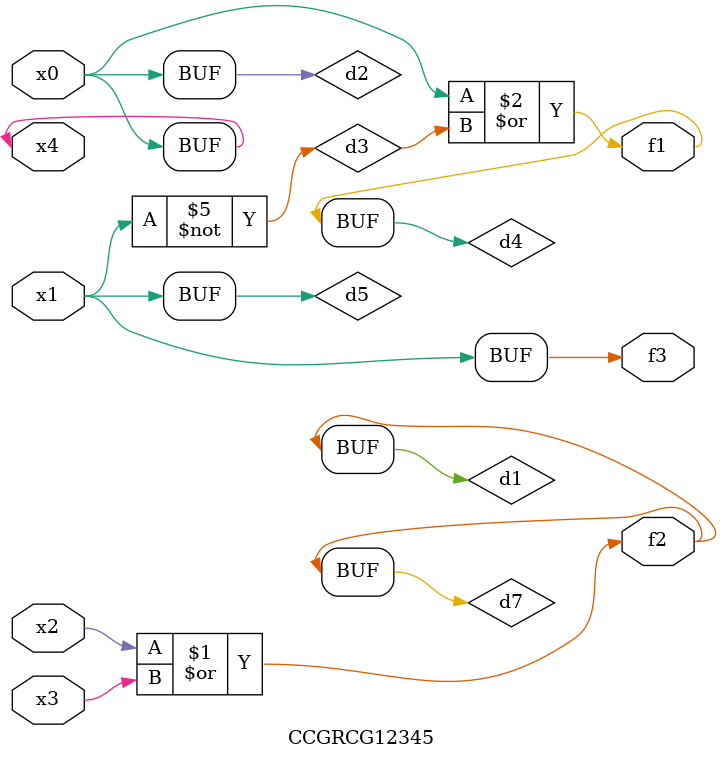
<source format=v>
module CCGRCG12345(
	input x0, x1, x2, x3, x4,
	output f1, f2, f3
);

	wire d1, d2, d3, d4, d5, d6, d7;

	or (d1, x2, x3);
	buf (d2, x0, x4);
	not (d3, x1);
	or (d4, d2, d3);
	not (d5, d3);
	nand (d6, d1, d3);
	or (d7, d1);
	assign f1 = d4;
	assign f2 = d7;
	assign f3 = d5;
endmodule

</source>
